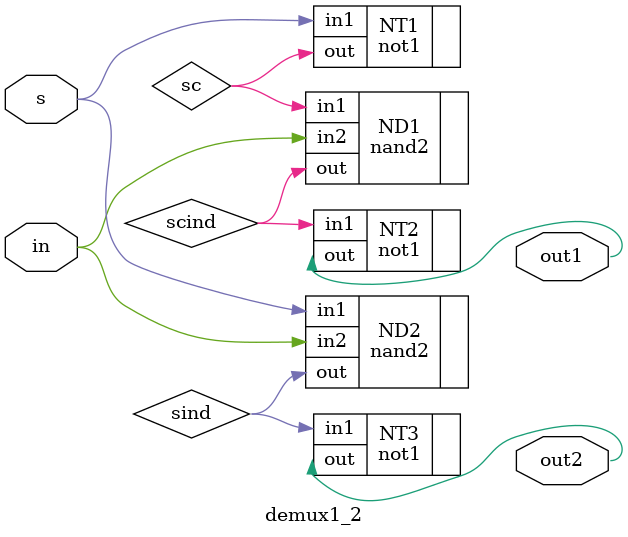
<source format=v>
module demux1_2 (in, s, out1, out2);
    input in;
    input s;
    output out1;
    output out2;

    wire sc;
    not1 NT1(.in1(s), .out(sc));
    
    wire scind;
    nand2 ND1(.in1(sc), .in2(in), .out(scind));
    not1 NT2(.in1(scind), .out(out1));

    wire sind;
    nand2 ND2(.in1(s), .in2(in), .out(sind));
    not1 NT3(.in1(sind), .out(out2));
endmodule 
</source>
